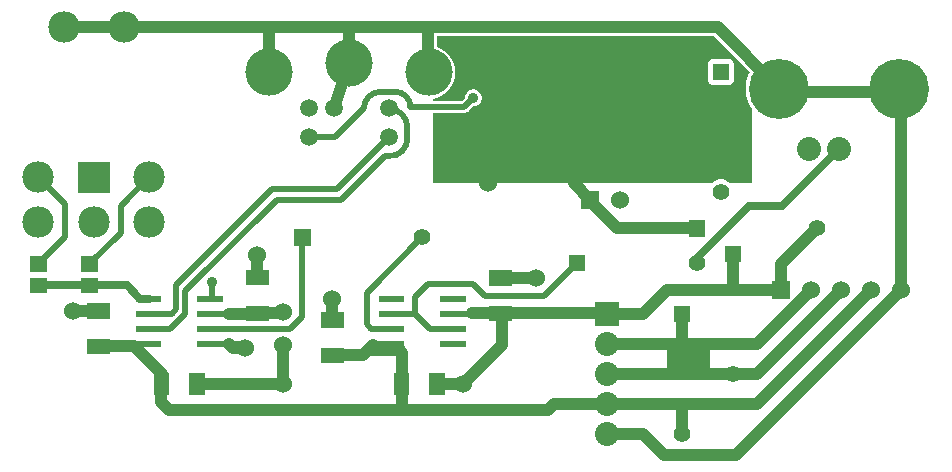
<source format=gtl>
G04 start of page 2 for group 0 idx 0 *
G04 Title: (unknown), component *
G04 Creator: pcb 20140316 *
G04 CreationDate: Thu 10 Mar 2016 11:36:46 AM GMT UTC *
G04 For: fosse *
G04 Format: Gerber/RS-274X *
G04 PCB-Dimensions (mil): 3665.00 1935.00 *
G04 PCB-Coordinate-Origin: lower left *
%MOIN*%
%FSLAX25Y25*%
%LNTOP*%
%ADD33C,0.0358*%
%ADD32C,0.0925*%
%ADD31C,0.0710*%
%ADD30C,0.0650*%
%ADD29C,0.0300*%
%ADD28C,0.0420*%
%ADD27C,0.0320*%
%ADD26C,0.0790*%
%ADD25C,0.0350*%
%ADD24C,0.0360*%
%ADD23R,0.0200X0.0200*%
%ADD22R,0.0512X0.0512*%
%ADD21C,0.0591*%
%ADD20C,0.1575*%
%ADD19C,0.1050*%
%ADD18C,0.0550*%
%ADD17C,0.0600*%
%ADD16C,0.0800*%
%ADD15C,0.2000*%
%ADD14C,0.0250*%
%ADD13C,0.0200*%
%ADD12C,0.0400*%
%ADD11C,0.0001*%
G54D11*G36*
X173000Y138000D02*X181000D01*
Y130000D01*
X173000D01*
Y138000D01*
G37*
G36*
X190240Y137278D02*X200000D01*
Y127500D01*
X190240D01*
Y137278D01*
G37*
G36*
X244000Y174257D02*X253707Y164550D01*
X253445Y164123D01*
X252768Y162487D01*
X252354Y160765D01*
X252215Y159000D01*
X252354Y157235D01*
X252768Y155513D01*
X253445Y153877D01*
X254370Y152367D01*
X254500Y152215D01*
Y127500D01*
X247108D01*
X247014Y127609D01*
X246506Y128044D01*
X245935Y128393D01*
X245317Y128649D01*
X244667Y128806D01*
X244000Y128858D01*
Y160352D01*
X246985Y160359D01*
X247215Y160414D01*
X247433Y160504D01*
X247634Y160628D01*
X247814Y160781D01*
X247967Y160960D01*
X248091Y161162D01*
X248181Y161380D01*
X248236Y161610D01*
X248250Y161845D01*
X248236Y167580D01*
X248181Y167810D01*
X248091Y168028D01*
X247967Y168229D01*
X247814Y168409D01*
X247634Y168562D01*
X247433Y168686D01*
X247215Y168776D01*
X246985Y168831D01*
X246750Y168845D01*
X244000Y168838D01*
Y174257D01*
G37*
G36*
X176994Y176500D02*X241757D01*
X244000Y174257D01*
Y168838D01*
X241015Y168831D01*
X240785Y168776D01*
X240567Y168686D01*
X240366Y168562D01*
X240186Y168409D01*
X240033Y168229D01*
X239909Y168028D01*
X239819Y167810D01*
X239764Y167580D01*
X239750Y167345D01*
X239764Y161610D01*
X239819Y161380D01*
X239909Y161162D01*
X240033Y160960D01*
X240186Y160781D01*
X240366Y160628D01*
X240567Y160504D01*
X240785Y160414D01*
X241015Y160359D01*
X241250Y160345D01*
X244000Y160352D01*
Y128858D01*
X243333Y128806D01*
X242683Y128649D01*
X242065Y128393D01*
X241494Y128044D01*
X240986Y127609D01*
X240892Y127500D01*
X199243D01*
X198000Y128743D01*
Y129354D01*
X198246Y129642D01*
X198575Y130178D01*
X198816Y130760D01*
X198963Y131372D01*
X199000Y132000D01*
X198963Y132628D01*
X198816Y133240D01*
X198575Y133822D01*
X198246Y134358D01*
X197837Y134837D01*
X197358Y135246D01*
X196822Y135575D01*
X196240Y135816D01*
X195628Y135963D01*
X195000Y136012D01*
X194372Y135963D01*
X193760Y135816D01*
X193178Y135575D01*
X192642Y135246D01*
X192163Y134837D01*
X191754Y134358D01*
X191425Y133822D01*
X191184Y133240D01*
X191037Y132628D01*
X190988Y132000D01*
X191037Y131372D01*
X191184Y130760D01*
X191425Y130178D01*
X191754Y129642D01*
X192000Y129354D01*
Y127618D01*
X191991Y127500D01*
Y127500D01*
X176994D01*
Y129988D01*
X177000Y129988D01*
X177628Y130037D01*
X178240Y130184D01*
X178822Y130425D01*
X179358Y130754D01*
X179837Y131163D01*
X180246Y131642D01*
X180575Y132178D01*
X180816Y132760D01*
X180963Y133372D01*
X181000Y134000D01*
X180963Y134628D01*
X180816Y135240D01*
X180575Y135822D01*
X180246Y136358D01*
X179837Y136837D01*
X179358Y137246D01*
X178822Y137575D01*
X178240Y137816D01*
X177628Y137963D01*
X177000Y138012D01*
X176994Y138012D01*
Y176500D01*
G37*
G36*
X148000Y127500D02*Y151000D01*
X158422D01*
X158500Y150994D01*
X158814Y151019D01*
X159120Y151092D01*
X159411Y151212D01*
X159679Y151377D01*
X159919Y151581D01*
X159970Y151641D01*
X161521Y153193D01*
X161939Y153226D01*
X162368Y153329D01*
X162775Y153497D01*
X163151Y153728D01*
X163486Y154014D01*
X163772Y154349D01*
X164003Y154725D01*
X164171Y155132D01*
X164274Y155561D01*
X164300Y156000D01*
X164274Y156439D01*
X164171Y156868D01*
X164003Y157275D01*
X163772Y157651D01*
X163486Y157986D01*
X163151Y158272D01*
X162775Y158503D01*
X162368Y158671D01*
X161939Y158774D01*
X161500Y158809D01*
X161061Y158774D01*
X160632Y158671D01*
X160225Y158503D01*
X159849Y158272D01*
X159514Y157986D01*
X159228Y157651D01*
X158997Y157275D01*
X158829Y156868D01*
X158726Y156439D01*
X158693Y156021D01*
X157672Y155000D01*
X148000D01*
Y155649D01*
X149326Y155967D01*
X150616Y156502D01*
X151807Y157232D01*
X152869Y158139D01*
X153776Y159201D01*
X154506Y160392D01*
X155041Y161682D01*
X155367Y163041D01*
X155449Y164433D01*
X155367Y165825D01*
X155041Y167184D01*
X154506Y168474D01*
X153776Y169665D01*
X152869Y170727D01*
X151807Y171634D01*
X150616Y172364D01*
X149500Y172826D01*
Y176500D01*
X176994D01*
Y138012D01*
X176372Y137963D01*
X175760Y137816D01*
X175178Y137575D01*
X174642Y137246D01*
X174163Y136837D01*
X173754Y136358D01*
X173425Y135822D01*
X173184Y135240D01*
X173037Y134628D01*
X172988Y134000D01*
X173037Y133372D01*
X173184Y132760D01*
X173425Y132178D01*
X173754Y131642D01*
X174163Y131163D01*
X174642Y130754D01*
X175178Y130425D01*
X175760Y130184D01*
X176372Y130037D01*
X176994Y129988D01*
Y127500D01*
X170405D01*
X170368Y128128D01*
X170221Y128740D01*
X169980Y129322D01*
X169651Y129858D01*
X169242Y130337D01*
X168764Y130746D01*
X168227Y131075D01*
X167645Y131316D01*
X167033Y131463D01*
X166405Y131512D01*
X165777Y131463D01*
X165165Y131316D01*
X164584Y131075D01*
X164047Y130746D01*
X163568Y130337D01*
X163159Y129858D01*
X162830Y129322D01*
X162589Y128740D01*
X162442Y128128D01*
X162393Y127500D01*
X148000D01*
G37*
G36*
X161500Y133500D02*X171000D01*
Y127500D01*
X161500D01*
Y133500D01*
G37*
G54D12*X146500Y179500D02*Y164508D01*
X146575Y164433D01*
X120000Y167583D02*Y179500D01*
X93425Y164433D02*Y178925D01*
X93500Y179000D01*
X25000Y179500D02*X243000D01*
X303500Y158000D02*X263000D01*
X243000Y179500D02*X263500Y159000D01*
G54D13*X130500Y158000D02*X135500D01*
X53500Y114500D02*X55457D01*
X65500Y91500D02*X96000Y122000D01*
G54D12*X89500Y96000D02*Y103500D01*
G54D13*X62500Y93500D02*X94500Y125500D01*
X16500Y129500D02*X25500Y120500D01*
Y109543D01*
X16500Y100543D01*
X44000Y111043D02*X33500Y100543D01*
X53500Y129500D02*X44000Y120000D01*
Y111043D01*
X96000Y122000D02*X117500D01*
X94500Y125500D02*X116000D01*
X133000Y142500D01*
Y143000D01*
X139500Y146000D02*Y142500D01*
X133500Y136500D02*X132000D01*
X117500Y122000D02*X132000Y136500D01*
G54D12*X120000Y167583D02*X114882Y152622D01*
G54D13*X106614Y142780D02*X115280D01*
X125000Y152500D01*
X140500Y153000D02*X158500D01*
X161500Y156000D01*
G54D14*X16500Y93457D02*X46000D01*
X53250Y89000D02*X50414D01*
X45957Y93457D01*
G54D13*X53250Y74000D02*X37405D01*
X36500Y73095D01*
G54D12*X46905D01*
G54D13*X53250Y79000D02*X60500D01*
X65500Y84000D01*
Y91500D01*
X53250Y84000D02*X61000D01*
X62500Y85500D01*
Y93500D01*
G54D12*X36500Y84905D02*X28095D01*
X28000Y85000D01*
G54D13*X74500Y94500D02*Y89000D01*
X104500Y83000D02*Y109500D01*
X100500Y79000D02*X104500Y83000D01*
G54D12*X114500Y81905D02*Y89000D01*
G54D13*X73750Y84000D02*X87000D01*
G54D12*X87500D02*X80000D01*
G54D13*X73750Y79000D02*X100500D01*
G54D12*X85500Y72500D02*X81500D01*
X80000Y74000D01*
G54D13*X73750D02*X84000D01*
X85500Y72500D01*
G54D12*X89500Y84190D02*X97690D01*
X98000Y84500D01*
G54D13*X134250Y84000D02*X142000D01*
X147000Y79000D01*
X134250D02*X127500D01*
X126000Y80500D01*
Y91000D01*
X142000Y84000D02*Y89500D01*
X154750Y79000D02*X147000D01*
G54D12*X170500Y84095D02*X160905D01*
G54D13*X168405Y84000D02*X168500Y84095D01*
X154750Y84000D02*X168405D01*
X126000Y91000D02*X144500Y109500D01*
X161500Y94000D02*X165500Y90000D01*
G54D12*X114500Y70095D02*X124595D01*
X128000Y73500D01*
G54D13*X134250Y74000D02*X128405D01*
X124500Y70095D01*
X115500D01*
G54D12*X137000Y72000D02*X126500D01*
X304000Y92000D02*Y158000D01*
X256000Y54000D02*X294000Y92000D01*
X256000Y74000D02*X274000Y92000D01*
X304000D02*X249000Y37000D01*
X256000Y64000D02*X284000Y92000D01*
X206000Y84000D02*X218000D01*
X225000Y91000D01*
X264000Y92000D02*X226000D01*
X218000Y84000D01*
X205905Y84095D02*X206000Y84000D01*
X256000Y74000D02*X206000D01*
X231000Y84000D02*Y64000D01*
X235500Y73000D02*X234500Y74000D01*
X238500D02*X228000D01*
Y64000D01*
X206000D02*X256000D01*
X243500D02*X246000D01*
X231000D02*X235500D01*
Y73000D01*
X234500Y74000D02*Y64000D01*
X238500D01*
Y74000D01*
X248000Y104000D02*Y92000D01*
G54D14*X236000Y101000D02*Y102500D01*
X253500Y120000D01*
X264500D01*
G54D12*X264000Y92000D02*Y100500D01*
X276000Y112500D01*
G54D14*X264500Y120000D02*X283500Y139000D01*
G54D12*X236000Y112500D02*X209500D01*
X200000Y122000D01*
X195000Y132000D02*Y127500D01*
X200500Y122000D01*
X231000Y44000D02*Y53500D01*
X231500Y54000D01*
X206000Y44000D02*X218000D01*
X225000Y37000D01*
X249000D01*
X186500Y52000D02*X188500Y54000D01*
X137595Y60500D02*Y70905D01*
X136000Y72500D01*
X137595Y60595D02*Y52095D01*
X137500Y52000D01*
X158000Y60500D02*X149405D01*
X188500Y54000D02*X256000D01*
X186500Y52000D02*X60000D01*
X57500Y54500D01*
Y60405D01*
X57595Y60500D01*
Y64000D01*
X48500Y73095D01*
X69405Y60500D02*X98000D01*
Y73500D01*
X171000D02*X158000Y60500D01*
X170000Y84095D02*X205905D01*
X171000D02*Y73500D01*
G54D13*X142000Y89500D02*X146500Y94000D01*
X161500D01*
X165500Y90000D02*X185000D01*
X196000Y101000D01*
G54D12*X170500Y95905D02*X182405D01*
X182500Y96000D01*
G54D13*X133500Y136500D02*G75*G03X139500Y142500I0J6000D01*G01*
Y146000D02*G75*G03X133000Y152500I-6500J0D01*G01*
X135500Y158000D02*G75*G02X140500Y153000I0J-5000D01*G01*
X125000Y152500D02*G75*G02X130500Y158000I5500J0D01*G01*
G54D15*X263500Y159000D03*
X303500D03*
G54D16*X273500Y139000D03*
X283500D03*
G54D17*X304000Y92000D03*
X294000D03*
X284000D03*
X274000D03*
G54D18*X276000Y112500D03*
G54D11*G36*
X261000Y95000D02*Y89000D01*
X267000D01*
Y95000D01*
X261000D01*
G37*
G36*
X245250Y106750D02*Y101250D01*
X250750D01*
Y106750D01*
X245250D01*
G37*
G54D19*X25000Y179500D03*
X45000D03*
G54D11*G36*
X29750Y134750D02*Y124250D01*
X40250D01*
Y134750D01*
X29750D01*
G37*
G54D19*X16500Y129500D03*
X53500D03*
Y114500D03*
X16500D03*
X35000D03*
G54D11*G36*
X101750Y112250D02*Y106750D01*
X107250D01*
Y112250D01*
X101750D01*
G37*
G54D18*X144500Y109500D03*
G54D20*X120000Y167583D03*
X93425Y164433D03*
G54D21*X106614Y142780D03*
X114882Y152622D03*
X106614D03*
G54D20*X146575Y164433D03*
G54D21*X133386Y152622D03*
Y142780D03*
G54D11*G36*
X193250Y103750D02*Y98250D01*
X198750D01*
Y103750D01*
X193250D01*
G37*
G36*
X202000Y88000D02*Y80000D01*
X210000D01*
Y88000D01*
X202000D01*
G37*
G54D16*X206000Y74000D03*
Y64000D03*
Y54000D03*
Y44000D03*
G54D18*X236000Y101000D03*
G54D11*G36*
X228250Y86750D02*Y81250D01*
X233750D01*
Y86750D01*
X228250D01*
G37*
G54D18*X231000Y44000D03*
X248000Y64000D03*
G54D11*G36*
X233250Y115250D02*Y109750D01*
X238750D01*
Y115250D01*
X233250D01*
G37*
G36*
X241250Y167345D02*Y161845D01*
X246750D01*
Y167345D01*
X241250D01*
G37*
G54D18*X244000Y124595D03*
G54D11*G36*
X197500Y125000D02*Y119000D01*
X203500D01*
Y125000D01*
X197500D01*
G37*
G54D17*X210500Y122000D03*
G54D22*X33107Y100543D02*X33893D01*
X33107Y93457D02*X33893D01*
X35319Y84905D02*X37681D01*
X35319Y73095D02*X37681D01*
X16107Y100543D02*X16893D01*
X16107Y93457D02*X16893D01*
G54D23*X50000Y89000D02*X56500D01*
X50000Y84000D02*X56500D01*
X50000Y79000D02*X56500D01*
X50000Y74000D02*X56500D01*
G54D22*X57595Y61681D02*Y59319D01*
G54D23*X70500Y74000D02*X77000D01*
X70500Y79000D02*X77000D01*
X70500Y84000D02*X77000D01*
G54D22*X69405Y61681D02*Y59319D01*
G54D23*X70500Y89000D02*X77000D01*
G54D22*X88319Y96000D02*X90681D01*
X88319Y84190D02*X90681D01*
G54D23*X151500Y74000D02*X158000D01*
X151500Y79000D02*X158000D01*
X151500Y84000D02*X158000D01*
G54D22*X149405Y61681D02*Y59319D01*
G54D23*X131000Y89000D02*X137500D01*
X131000Y84000D02*X137500D01*
X131000Y79000D02*X137500D01*
X131000Y74000D02*X137500D01*
G54D22*X137595Y61681D02*Y59319D01*
G54D23*X151500Y89000D02*X158000D01*
G54D22*X113319Y81905D02*X115681D01*
X113319Y70095D02*X115681D01*
X169319Y95905D02*X171681D01*
X169319Y84095D02*X171681D01*
G54D24*X74500Y94500D03*
G54D17*X89500Y103500D03*
X114500Y89000D03*
X85500Y72500D03*
X98000Y84500D03*
Y73500D03*
X28000Y85000D03*
X229000Y65500D03*
X237500Y73000D03*
X158000Y60500D03*
X182405Y95905D03*
X177000Y134000D03*
X195000Y132000D03*
G54D24*X161500Y156000D03*
G54D17*X166405Y127500D03*
X98000Y60500D03*
G54D13*G54D25*G54D13*G54D25*G54D26*G54D27*G54D28*G54D29*G54D28*G54D29*G54D30*G54D31*G54D29*G54D32*G54D33*G54D32*G54D33*G54D29*G54D12*G54D29*M02*

</source>
